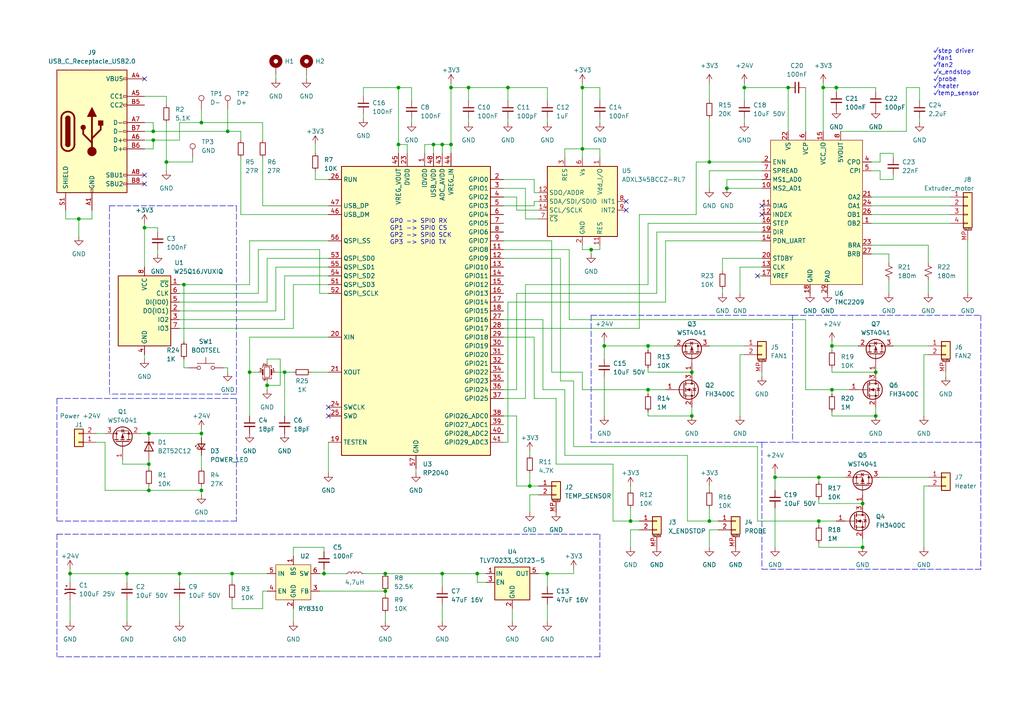
<source format=kicad_sch>
(kicad_sch (version 20230121) (generator eeschema)
  (paper "A4")
  (junction (at 43.18 134.62))
  (junction (at 254 120.65))
  (junction (at 93.98 166.37))
  (junction (at 187.96 100.33))
  (junction (at 250.19 146.05))
  (junction (at 158.75 166.37))
  (junction (at 125.73 41.91))
  (junction (at 52.07 166.37))
  (junction (at 53.34 82.55))
  (junction (at 250.19 158.75))
  (junction (at 241.3 100.33))
  (junction (at 182.88 151.13))
  (junction (at 67.31 166.37))
  (junction (at 48.26 46.99))
  (junction (at 72.39 107.95))
  (junction (at 111.76 171.45))
  (junction (at 153.67 140.97))
  (junction (at 22.86 63.5))
  (junction (at 241.3 113.03))
  (junction (at 228.6 25.4))
  (junction (at 82.55 107.95))
  (junction (at 238.76 25.4))
  (junction (at 168.91 25.4))
  (junction (at 147.32 25.4))
  (junction (at 44.45 40.64))
  (junction (at 58.42 125.73))
  (junction (at 205.74 46.99))
  (junction (at 135.89 25.4))
  (junction (at 128.27 41.91))
  (junction (at 205.74 151.13))
  (junction (at 36.83 166.37))
  (junction (at 138.43 166.37))
  (junction (at 77.47 111.76))
  (junction (at 200.66 120.65))
  (junction (at 20.32 166.37))
  (junction (at 187.96 113.03))
  (junction (at 242.57 25.4))
  (junction (at 43.18 142.24))
  (junction (at 224.79 138.43))
  (junction (at 43.18 125.73))
  (junction (at 237.49 138.43))
  (junction (at 58.42 142.24))
  (junction (at 115.57 41.91))
  (junction (at 254 107.95))
  (junction (at 171.45 72.39))
  (junction (at 111.76 166.37))
  (junction (at 128.27 166.37))
  (junction (at 168.91 43.18))
  (junction (at 130.81 41.91))
  (junction (at 175.26 100.33))
  (junction (at 41.91 66.04))
  (junction (at 237.49 151.13))
  (junction (at 130.81 25.4))
  (junction (at 210.82 54.61))
  (junction (at 58.42 35.56))
  (junction (at 44.45 38.1))
  (junction (at 115.57 25.4))
  (junction (at 215.9 25.4))
  (junction (at 66.04 38.1))
  (junction (at 200.66 107.95))
  (no_connect (at 41.91 50.8))
  (no_connect (at 181.61 58.42))
  (no_connect (at 219.71 80.01))
  (no_connect (at 220.98 62.23))
  (no_connect (at 220.98 59.69))
  (no_connect (at 41.91 22.86))
  (no_connect (at 181.61 60.96))
  (no_connect (at 41.91 53.34))
  (no_connect (at 95.25 120.65))
  (no_connect (at 95.25 118.11))
  (wire (pts (xy 168.91 107.95) (xy 160.02 107.95)))
  (wire (pts (xy 147.32 87.63) (xy 193.04 87.63)))
  (wire (pts (xy 187.96 106.68) (xy 187.96 107.95)))
  (wire (pts (xy 182.88 158.75) (xy 182.88 153.67)))
  (wire (pts (xy 76.2 171.45) (xy 76.2 176.53)))
  (wire (pts (xy 77.47 111.76) (xy 81.28 111.76)))
  (wire (pts (xy 252.73 62.23) (xy 275.59 62.23)))
  (wire (pts (xy 266.7 34.29) (xy 266.7 35.56)))
  (wire (pts (xy 200.66 120.65) (xy 200.66 118.11)))
  (wire (pts (xy 67.31 176.53) (xy 76.2 176.53)))
  (wire (pts (xy 267.97 102.87) (xy 269.24 102.87)))
  (wire (pts (xy 161.29 134.62) (xy 161.29 115.57)))
  (wire (pts (xy 269.24 71.12) (xy 269.24 76.2)))
  (wire (pts (xy 201.93 46.99) (xy 201.93 62.23)))
  (wire (pts (xy 156.21 140.97) (xy 153.67 140.97)))
  (wire (pts (xy 262.89 25.4) (xy 266.7 25.4)))
  (wire (pts (xy 193.04 69.85) (xy 220.98 69.85)))
  (wire (pts (xy 22.86 68.58) (xy 22.86 63.5)))
  (wire (pts (xy 224.79 137.16) (xy 224.79 138.43)))
  (wire (pts (xy 158.75 35.56) (xy 158.75 34.29)))
  (wire (pts (xy 91.44 49.53) (xy 91.44 52.07)))
  (wire (pts (xy 205.74 151.13) (xy 208.28 151.13)))
  (wire (pts (xy 80.01 77.47) (xy 80.01 90.17)))
  (polyline (pts (xy 16.51 115.57) (xy 16.51 151.13)) (stroke (width 0) (type dash)))
  (wire (pts (xy 195.58 100.33) (xy 187.96 100.33)))
  (polyline (pts (xy 284.48 165.1) (xy 220.98 165.1)) (stroke (width 0) (type dash)))
  (wire (pts (xy 111.76 180.34) (xy 111.76 177.8)))
  (polyline (pts (xy 173.99 154.94) (xy 173.99 190.5)) (stroke (width 0) (type dash)))
  (wire (pts (xy 43.18 125.73) (xy 58.42 125.73)))
  (wire (pts (xy 138.43 168.91) (xy 140.97 168.91)))
  (wire (pts (xy 175.26 120.65) (xy 175.26 109.22)))
  (wire (pts (xy 66.04 106.68) (xy 66.04 107.95)))
  (wire (pts (xy 185.42 62.23) (xy 185.42 95.25)))
  (wire (pts (xy 120.65 137.16) (xy 120.65 135.89)))
  (wire (pts (xy 175.26 99.06) (xy 175.26 100.33)))
  (wire (pts (xy 154.94 55.88) (xy 156.21 55.88)))
  (wire (pts (xy 148.59 180.34) (xy 148.59 176.53)))
  (polyline (pts (xy 173.99 190.5) (xy 16.51 190.5)) (stroke (width 0) (type dash)))
  (wire (pts (xy 160.02 69.85) (xy 146.05 69.85)))
  (wire (pts (xy 45.72 66.04) (xy 45.72 67.31)))
  (wire (pts (xy 128.27 41.91) (xy 130.81 41.91)))
  (wire (pts (xy 158.75 166.37) (xy 166.37 166.37)))
  (wire (pts (xy 135.89 35.56) (xy 135.89 34.29)))
  (wire (pts (xy 237.49 152.4) (xy 237.49 151.13)))
  (wire (pts (xy 72.39 69.85) (xy 72.39 82.55)))
  (wire (pts (xy 146.05 59.69) (xy 154.94 59.69)))
  (wire (pts (xy 72.39 97.79) (xy 95.25 97.79)))
  (wire (pts (xy 158.75 180.34) (xy 158.75 175.26)))
  (wire (pts (xy 53.34 106.68) (xy 53.34 104.14)))
  (wire (pts (xy 91.44 41.91) (xy 91.44 44.45)))
  (wire (pts (xy 41.91 66.04) (xy 45.72 66.04)))
  (wire (pts (xy 88.9 22.86) (xy 88.9 21.59)))
  (wire (pts (xy 82.55 107.95) (xy 85.09 107.95)))
  (wire (pts (xy 205.74 147.32) (xy 205.74 151.13)))
  (wire (pts (xy 219.71 129.54) (xy 166.37 129.54)))
  (wire (pts (xy 35.56 133.35) (xy 35.56 134.62)))
  (wire (pts (xy 177.8 151.13) (xy 177.8 134.62)))
  (wire (pts (xy 43.18 140.97) (xy 43.18 142.24)))
  (wire (pts (xy 43.18 134.62) (xy 43.18 135.89)))
  (wire (pts (xy 82.55 107.95) (xy 82.55 120.65)))
  (wire (pts (xy 80.01 22.86) (xy 80.01 21.59)))
  (wire (pts (xy 237.49 146.05) (xy 250.19 146.05)))
  (wire (pts (xy 220.98 107.95) (xy 220.98 109.22)))
  (wire (pts (xy 147.32 25.4) (xy 147.32 29.21)))
  (wire (pts (xy 154.94 58.42) (xy 156.21 58.42)))
  (wire (pts (xy 128.27 180.34) (xy 128.27 175.26)))
  (wire (pts (xy 52.07 166.37) (xy 67.31 166.37)))
  (wire (pts (xy 168.91 25.4) (xy 173.99 25.4)))
  (wire (pts (xy 241.3 107.95) (xy 254 107.95)))
  (wire (pts (xy 166.37 165.1) (xy 166.37 166.37)))
  (wire (pts (xy 66.04 106.68) (xy 64.77 106.68)))
  (wire (pts (xy 128.27 44.45) (xy 128.27 41.91)))
  (wire (pts (xy 48.26 46.99) (xy 48.26 35.56)))
  (wire (pts (xy 162.56 110.49) (xy 162.56 74.93)))
  (wire (pts (xy 157.48 92.71) (xy 146.05 92.71)))
  (polyline (pts (xy 16.51 115.57) (xy 68.58 115.57)) (stroke (width 0) (type dash)))
  (wire (pts (xy 242.57 25.4) (xy 254 25.4)))
  (wire (pts (xy 43.18 142.24) (xy 58.42 142.24)))
  (wire (pts (xy 237.49 158.75) (xy 237.49 157.48)))
  (wire (pts (xy 224.79 138.43) (xy 237.49 138.43)))
  (wire (pts (xy 80.01 107.95) (xy 82.55 107.95)))
  (wire (pts (xy 168.91 25.4) (xy 168.91 43.18)))
  (wire (pts (xy 66.04 38.1) (xy 69.85 38.1)))
  (wire (pts (xy 241.3 106.68) (xy 241.3 107.95)))
  (wire (pts (xy 209.55 74.93) (xy 209.55 78.74)))
  (wire (pts (xy 254 120.65) (xy 254 118.11)))
  (wire (pts (xy 199.39 151.13) (xy 199.39 132.08)))
  (wire (pts (xy 30.48 128.27) (xy 27.94 128.27)))
  (wire (pts (xy 205.74 46.99) (xy 201.93 46.99)))
  (wire (pts (xy 53.34 99.06) (xy 53.34 82.55)))
  (wire (pts (xy 165.1 72.39) (xy 146.05 72.39)))
  (wire (pts (xy 149.86 140.97) (xy 153.67 140.97)))
  (wire (pts (xy 115.57 44.45) (xy 115.57 41.91)))
  (wire (pts (xy 115.57 25.4) (xy 119.38 25.4)))
  (wire (pts (xy 242.57 25.4) (xy 242.57 26.67)))
  (wire (pts (xy 259.08 45.72) (xy 259.08 44.45)))
  (wire (pts (xy 220.98 74.93) (xy 209.55 74.93)))
  (wire (pts (xy 91.44 52.07) (xy 95.25 52.07)))
  (wire (pts (xy 22.86 63.5) (xy 19.05 63.5)))
  (wire (pts (xy 105.41 34.29) (xy 105.41 33.02)))
  (polyline (pts (xy 68.58 59.69) (xy 68.58 114.3)) (stroke (width 0) (type dash)))
  (wire (pts (xy 135.89 25.4) (xy 147.32 25.4)))
  (wire (pts (xy 173.99 25.4) (xy 173.99 29.21)))
  (wire (pts (xy 58.42 31.75) (xy 58.42 35.56)))
  (wire (pts (xy 182.88 151.13) (xy 185.42 151.13)))
  (wire (pts (xy 209.55 83.82) (xy 209.55 85.09)))
  (wire (pts (xy 224.79 158.75) (xy 224.79 147.32)))
  (wire (pts (xy 81.28 104.14) (xy 81.28 111.76)))
  (wire (pts (xy 241.3 100.33) (xy 241.3 101.6)))
  (wire (pts (xy 238.76 25.4) (xy 238.76 24.13)))
  (wire (pts (xy 43.18 133.35) (xy 43.18 134.62)))
  (wire (pts (xy 54.61 106.68) (xy 53.34 106.68)))
  (wire (pts (xy 67.31 166.37) (xy 67.31 168.91)))
  (wire (pts (xy 149.86 113.03) (xy 146.05 113.03)))
  (wire (pts (xy 111.76 172.72) (xy 111.76 171.45)))
  (polyline (pts (xy 171.45 91.44) (xy 171.45 128.27)) (stroke (width 0) (type dash)))
  (wire (pts (xy 182.88 153.67) (xy 185.42 153.67)))
  (wire (pts (xy 158.75 166.37) (xy 156.21 166.37)))
  (wire (pts (xy 173.99 45.72) (xy 173.99 43.18)))
  (wire (pts (xy 250.19 158.75) (xy 250.19 156.21)))
  (wire (pts (xy 177.8 151.13) (xy 182.88 151.13)))
  (wire (pts (xy 72.39 82.55) (xy 53.34 82.55)))
  (wire (pts (xy 77.47 171.45) (xy 76.2 171.45)))
  (wire (pts (xy 30.48 142.24) (xy 43.18 142.24)))
  (wire (pts (xy 205.74 24.13) (xy 205.74 29.21)))
  (wire (pts (xy 92.71 72.39) (xy 92.71 85.09)))
  (wire (pts (xy 241.3 120.65) (xy 241.3 119.38)))
  (wire (pts (xy 233.68 25.4) (xy 233.68 38.1)))
  (wire (pts (xy 187.96 64.77) (xy 220.98 64.77)))
  (wire (pts (xy 81.28 104.14) (xy 77.47 104.14)))
  (wire (pts (xy 146.05 115.57) (xy 152.4 115.57)))
  (wire (pts (xy 48.26 27.94) (xy 48.26 30.48)))
  (wire (pts (xy 254 25.4) (xy 254 26.67)))
  (wire (pts (xy 93.98 165.1) (xy 93.98 166.37)))
  (wire (pts (xy 252.73 71.12) (xy 269.24 71.12)))
  (wire (pts (xy 66.04 31.75) (xy 66.04 38.1)))
  (wire (pts (xy 257.81 81.28) (xy 257.81 85.09)))
  (wire (pts (xy 58.42 35.56) (xy 76.2 35.56)))
  (wire (pts (xy 233.68 113.03) (xy 241.3 113.03)))
  (wire (pts (xy 140.97 166.37) (xy 138.43 166.37)))
  (wire (pts (xy 115.57 25.4) (xy 105.41 25.4)))
  (wire (pts (xy 187.96 114.3) (xy 187.96 113.03)))
  (wire (pts (xy 255.27 46.99) (xy 252.73 46.99)))
  (wire (pts (xy 41.91 66.04) (xy 41.91 77.47)))
  (wire (pts (xy 58.42 140.97) (xy 58.42 142.24)))
  (wire (pts (xy 85.09 176.53) (xy 85.09 180.34)))
  (wire (pts (xy 252.73 49.53) (xy 255.27 49.53)))
  (wire (pts (xy 146.05 97.79) (xy 154.94 97.79)))
  (wire (pts (xy 53.34 82.55) (xy 52.07 82.55)))
  (wire (pts (xy 215.9 100.33) (xy 205.74 100.33)))
  (wire (pts (xy 41.91 64.77) (xy 41.91 66.04)))
  (wire (pts (xy 219.71 151.13) (xy 219.71 129.54)))
  (wire (pts (xy 171.45 72.39) (xy 168.91 72.39)))
  (wire (pts (xy 187.96 64.77) (xy 187.96 82.55)))
  (wire (pts (xy 128.27 170.18) (xy 128.27 166.37)))
  (wire (pts (xy 214.63 102.87) (xy 215.9 102.87)))
  (wire (pts (xy 190.5 85.09) (xy 149.86 85.09)))
  (wire (pts (xy 77.47 111.76) (xy 77.47 113.03)))
  (wire (pts (xy 255.27 49.53) (xy 255.27 52.07)))
  (wire (pts (xy 153.67 130.81) (xy 153.67 132.08)))
  (wire (pts (xy 44.45 38.1) (xy 44.45 35.56)))
  (wire (pts (xy 163.83 43.18) (xy 163.83 45.72)))
  (wire (pts (xy 90.17 107.95) (xy 95.25 107.95)))
  (polyline (pts (xy 229.87 91.44) (xy 284.48 91.44)) (stroke (width 0) (type dash)))
  (wire (pts (xy 255.27 52.07) (xy 259.08 52.07)))
  (wire (pts (xy 92.71 85.09) (xy 95.25 85.09)))
  (wire (pts (xy 19.05 63.5) (xy 19.05 60.96)))
  (wire (pts (xy 259.08 52.07) (xy 259.08 50.8)))
  (wire (pts (xy 52.07 85.09) (xy 74.93 85.09)))
  (wire (pts (xy 190.5 67.31) (xy 190.5 85.09)))
  (wire (pts (xy 115.57 41.91) (xy 118.11 41.91)))
  (wire (pts (xy 26.67 63.5) (xy 26.67 60.96)))
  (wire (pts (xy 205.74 34.29) (xy 205.74 46.99)))
  (wire (pts (xy 152.4 82.55) (xy 152.4 115.57)))
  (wire (pts (xy 76.2 35.56) (xy 76.2 40.64)))
  (wire (pts (xy 80.01 77.47) (xy 95.25 77.47)))
  (wire (pts (xy 163.83 113.03) (xy 157.48 113.03)))
  (wire (pts (xy 149.86 57.15) (xy 149.86 60.96)))
  (wire (pts (xy 77.47 74.93) (xy 95.25 74.93)))
  (wire (pts (xy 20.32 165.1) (xy 20.32 166.37)))
  (wire (pts (xy 171.45 72.39) (xy 173.99 72.39)))
  (wire (pts (xy 154.94 52.07) (xy 154.94 55.88)))
  (wire (pts (xy 257.81 73.66) (xy 257.81 76.2)))
  (wire (pts (xy 77.47 104.14) (xy 77.47 105.41)))
  (wire (pts (xy 20.32 180.34) (xy 20.32 173.99)))
  (wire (pts (xy 85.09 158.75) (xy 85.09 161.29)))
  (wire (pts (xy 67.31 166.37) (xy 77.47 166.37)))
  (wire (pts (xy 162.56 74.93) (xy 146.05 74.93)))
  (wire (pts (xy 82.55 80.01) (xy 95.25 80.01)))
  (wire (pts (xy 262.89 38.1) (xy 243.84 38.1)))
  (wire (pts (xy 48.26 49.53) (xy 48.26 46.99)))
  (wire (pts (xy 52.07 180.34) (xy 52.07 173.99)))
  (wire (pts (xy 85.09 95.25) (xy 52.07 95.25)))
  (wire (pts (xy 43.18 125.73) (xy 40.64 125.73)))
  (wire (pts (xy 76.2 59.69) (xy 95.25 59.69)))
  (wire (pts (xy 36.83 180.34) (xy 36.83 173.99)))
  (wire (pts (xy 45.72 72.39) (xy 45.72 73.66)))
  (wire (pts (xy 52.07 35.56) (xy 52.07 40.64)))
  (wire (pts (xy 128.27 166.37) (xy 138.43 166.37)))
  (wire (pts (xy 111.76 166.37) (xy 128.27 166.37)))
  (wire (pts (xy 147.32 25.4) (xy 158.75 25.4)))
  (wire (pts (xy 146.05 52.07) (xy 154.94 52.07)))
  (wire (pts (xy 77.47 87.63) (xy 52.07 87.63)))
  (wire (pts (xy 175.26 100.33) (xy 175.26 104.14)))
  (wire (pts (xy 154.94 59.69) (xy 154.94 58.42)))
  (wire (pts (xy 252.73 73.66) (xy 257.81 73.66)))
  (wire (pts (xy 93.98 166.37) (xy 100.33 166.37)))
  (wire (pts (xy 130.81 25.4) (xy 135.89 25.4)))
  (wire (pts (xy 130.81 41.91) (xy 130.81 44.45)))
  (wire (pts (xy 215.9 35.56) (xy 215.9 34.29)))
  (polyline (pts (xy 16.51 154.94) (xy 16.51 190.5)) (stroke (width 0) (type dash)))
  (wire (pts (xy 27.94 125.73) (xy 30.48 125.73)))
  (wire (pts (xy 233.68 113.03) (xy 233.68 92.71)))
  (wire (pts (xy 123.19 44.45) (xy 123.19 41.91)))
  (wire (pts (xy 175.26 100.33) (xy 187.96 100.33)))
  (wire (pts (xy 157.48 92.71) (xy 157.48 113.03)))
  (wire (pts (xy 237.49 151.13) (xy 242.57 151.13)))
  (wire (pts (xy 185.42 62.23) (xy 201.93 62.23)))
  (wire (pts (xy 22.86 63.5) (xy 26.67 63.5)))
  (wire (pts (xy 41.91 27.94) (xy 48.26 27.94)))
  (wire (pts (xy 241.3 120.65) (xy 254 120.65)))
  (polyline (pts (xy 68.58 151.13) (xy 16.51 151.13)) (stroke (width 0) (type dash)))
  (wire (pts (xy 41.91 35.56) (xy 44.45 35.56)))
  (wire (pts (xy 30.48 128.27) (xy 30.48 142.24)))
  (wire (pts (xy 205.74 151.13) (xy 199.39 151.13)))
  (wire (pts (xy 152.4 54.61) (xy 152.4 63.5)))
  (wire (pts (xy 165.1 92.71) (xy 233.68 92.71)))
  (polyline (pts (xy 220.98 128.27) (xy 284.48 128.27)) (stroke (width 0) (type dash)))
  (wire (pts (xy 210.82 52.07) (xy 220.98 52.07)))
  (wire (pts (xy 58.42 132.08) (xy 58.42 135.89)))
  (polyline (pts (xy 171.45 91.44) (xy 229.87 91.44)) (stroke (width 0) (type dash)))
  (wire (pts (xy 52.07 40.64) (xy 44.45 40.64)))
  (wire (pts (xy 125.73 41.91) (xy 128.27 41.91)))
  (wire (pts (xy 168.91 43.18) (xy 163.83 43.18)))
  (wire (pts (xy 205.74 46.99) (xy 220.98 46.99)))
  (wire (pts (xy 115.57 25.4) (xy 115.57 41.91)))
  (wire (pts (xy 252.73 57.15) (xy 275.59 57.15)))
  (wire (pts (xy 58.42 127) (xy 58.42 125.73)))
  (wire (pts (xy 241.3 113.03) (xy 246.38 113.03)))
  (wire (pts (xy 182.88 140.97) (xy 182.88 142.24)))
  (wire (pts (xy 152.4 63.5) (xy 156.21 63.5)))
  (wire (pts (xy 187.96 100.33) (xy 187.96 101.6)))
  (wire (pts (xy 82.55 92.71) (xy 52.07 92.71)))
  (wire (pts (xy 238.76 25.4) (xy 242.57 25.4)))
  (wire (pts (xy 44.45 38.1) (xy 66.04 38.1)))
  (wire (pts (xy 165.1 72.39) (xy 165.1 92.71)))
  (wire (pts (xy 219.71 80.01) (xy 220.98 80.01)))
  (wire (pts (xy 72.39 107.95) (xy 74.93 107.95)))
  (wire (pts (xy 248.92 100.33) (xy 241.3 100.33)))
  (wire (pts (xy 252.73 59.69) (xy 275.59 59.69)))
  (wire (pts (xy 205.74 49.53) (xy 220.98 49.53)))
  (wire (pts (xy 187.96 107.95) (xy 200.66 107.95)))
  (wire (pts (xy 72.39 97.79) (xy 72.39 107.95)))
  (wire (pts (xy 77.47 74.93) (xy 77.47 87.63)))
  (wire (pts (xy 274.32 107.95) (xy 274.32 109.22)))
  (wire (pts (xy 20.32 166.37) (xy 36.83 166.37)))
  (wire (pts (xy 187.96 113.03) (xy 193.04 113.03)))
  (wire (pts (xy 93.98 158.75) (xy 85.09 158.75)))
  (wire (pts (xy 147.32 35.56) (xy 147.32 34.29)))
  (wire (pts (xy 267.97 140.97) (xy 269.24 140.97)))
  (wire (pts (xy 173.99 35.56) (xy 173.99 34.29)))
  (wire (pts (xy 119.38 35.56) (xy 119.38 34.29)))
  (wire (pts (xy 161.29 115.57) (xy 154.94 115.57)))
  (wire (pts (xy 55.88 46.99) (xy 48.26 46.99)))
  (wire (pts (xy 269.24 138.43) (xy 255.27 138.43)))
  (wire (pts (xy 146.05 95.25) (xy 185.42 95.25)))
  (polyline (pts (xy 284.48 91.44) (xy 284.48 128.27)) (stroke (width 0) (type dash)))
  (wire (pts (xy 210.82 54.61) (xy 210.82 52.07)))
  (wire (pts (xy 210.82 54.61) (xy 220.98 54.61)))
  (polyline (pts (xy 229.87 91.44) (xy 229.87 128.27)) (stroke (width 0) (type dash)))
  (wire (pts (xy 267.97 120.65) (xy 267.97 102.87)))
  (wire (pts (xy 193.04 69.85) (xy 193.04 87.63)))
  (wire (pts (xy 125.73 44.45) (xy 125.73 41.91)))
  (polyline (pts (xy 220.98 128.27) (xy 171.45 128.27)) (stroke (width 0) (type dash)))
  (wire (pts (xy 67.31 173.99) (xy 67.31 176.53)))
  (wire (pts (xy 146.05 57.15) (xy 149.86 57.15)))
  (wire (pts (xy 44.45 40.64) (xy 41.91 40.64)))
  (wire (pts (xy 135.89 25.4) (xy 135.89 29.21)))
  (wire (pts (xy 199.39 132.08) (xy 163.83 132.08)))
  (wire (pts (xy 168.91 72.39) (xy 168.91 71.12)))
  (wire (pts (xy 158.75 25.4) (xy 158.75 29.21)))
  (wire (pts (xy 269.24 100.33) (xy 259.08 100.33)))
  (wire (pts (xy 153.67 148.59) (xy 153.67 143.51)))
  (wire (pts (xy 138.43 166.37) (xy 138.43 168.91)))
  (wire (pts (xy 245.11 138.43) (xy 237.49 138.43)))
  (wire (pts (xy 187.96 120.65) (xy 200.66 120.65)))
  (wire (pts (xy 266.7 25.4) (xy 266.7 29.21)))
  (wire (pts (xy 255.27 44.45) (xy 255.27 46.99)))
  (wire (pts (xy 85.09 82.55) (xy 95.25 82.55)))
  (wire (pts (xy 238.76 25.4) (xy 238.76 38.1)))
  (wire (pts (xy 76.2 45.72) (xy 76.2 59.69)))
  (wire (pts (xy 205.74 49.53) (xy 205.74 54.61)))
  (wire (pts (xy 52.07 166.37) (xy 52.07 168.91)))
  (polyline (pts (xy 31.75 59.69) (xy 68.58 59.69)) (stroke (width 0) (type dash)))
  (wire (pts (xy 52.07 35.56) (xy 58.42 35.56)))
  (wire (pts (xy 163.83 132.08) (xy 163.83 113.03)))
  (wire (pts (xy 36.83 166.37) (xy 36.83 168.91)))
  (wire (pts (xy 259.08 44.45) (xy 255.27 44.45)))
  (wire (pts (xy 267.97 158.75) (xy 267.97 140.97)))
  (wire (pts (xy 85.09 82.55) (xy 85.09 95.25)))
  (wire (pts (xy 252.73 64.77) (xy 275.59 64.77)))
  (wire (pts (xy 166.37 129.54) (xy 166.37 110.49)))
  (wire (pts (xy 35.56 134.62) (xy 43.18 134.62)))
  (wire (pts (xy 237.49 138.43) (xy 237.49 139.7)))
  (wire (pts (xy 158.75 170.18) (xy 158.75 166.37)))
  (wire (pts (xy 177.8 134.62) (xy 161.29 134.62)))
  (wire (pts (xy 69.85 62.23) (xy 95.25 62.23)))
  (wire (pts (xy 118.11 41.91) (xy 118.11 44.45)))
  (wire (pts (xy 69.85 45.72) (xy 69.85 62.23)))
  (wire (pts (xy 182.88 147.32) (xy 182.88 151.13)))
  (wire (pts (xy 224.79 138.43) (xy 224.79 142.24)))
  (wire (pts (xy 280.67 85.09) (xy 280.67 69.85)))
  (wire (pts (xy 82.55 80.01) (xy 82.55 92.71)))
  (wire (pts (xy 215.9 24.13) (xy 215.9 25.4)))
  (wire (pts (xy 205.74 140.97) (xy 205.74 142.24)))
  (wire (pts (xy 237.49 158.75) (xy 250.19 158.75)))
  (polyline (pts (xy 220.98 128.27) (xy 220.98 165.1)) (stroke (width 0) (type dash)))
  (wire (pts (xy 130.81 25.4) (xy 130.81 41.91)))
  (wire (pts (xy 69.85 38.1) (xy 69.85 40.64)))
  (wire (pts (xy 105.41 166.37) (xy 111.76 166.37)))
  (wire (pts (xy 214.63 120.65) (xy 214.63 102.87)))
  (wire (pts (xy 41.91 102.87) (xy 41.91 104.14)))
  (wire (pts (xy 119.38 25.4) (xy 119.38 29.21)))
  (polyline (pts (xy 16.51 154.94) (xy 173.99 154.94)) (stroke (width 0) (type dash)))
  (wire (pts (xy 214.63 77.47) (xy 220.98 77.47)))
  (wire (pts (xy 215.9 25.4) (xy 215.9 29.21)))
  (wire (pts (xy 168.91 113.03) (xy 187.96 113.03)))
  (wire (pts (xy 123.19 41.91) (xy 125.73 41.91)))
  (polyline (pts (xy 31.75 59.69) (xy 31.75 114.3)) (stroke (width 0) (type dash)))
  (wire (pts (xy 92.71 171.45) (xy 111.76 171.45)))
  (wire (pts (xy 41.91 38.1) (xy 44.45 38.1)))
  (wire (pts (xy 149.86 85.09) (xy 149.86 113.03)))
  (wire (pts (xy 93.98 166.37) (xy 92.71 166.37)))
  (wire (pts (xy 187.96 82.55) (xy 152.4 82.55)))
  (wire (pts (xy 147.32 87.63) (xy 147.32 128.27)))
  (wire (pts (xy 41.91 43.18) (xy 44.45 43.18)))
  (wire (pts (xy 269.24 81.28) (xy 269.24 85.09)))
  (wire (pts (xy 130.81 24.13) (xy 130.81 25.4)))
  (wire (pts (xy 153.67 143.51) (xy 156.21 143.51)))
  (wire (pts (xy 153.67 137.16) (xy 153.67 140.97)))
  (wire (pts (xy 205.74 153.67) (xy 208.28 153.67)))
  (wire (pts (xy 93.98 160.02) (xy 93.98 158.75)))
  (wire (pts (xy 190.5 67.31) (xy 220.98 67.31)))
  (wire (pts (xy 237.49 144.78) (xy 237.49 146.05)))
  (wire (pts (xy 20.32 166.37) (xy 20.32 168.91)))
  (wire (pts (xy 44.45 43.18) (xy 44.45 40.64)))
  (wire (pts (xy 58.42 124.46) (xy 58.42 125.73)))
  (wire (pts (xy 80.01 90.17) (xy 52.07 90.17)))
  (wire (pts (xy 72.39 107.95) (xy 72.39 120.65)))
  (wire (pts (xy 168.91 24.13) (xy 168.91 25.4)))
  (wire (pts (xy 166.37 110.49) (xy 162.56 110.49)))
  (wire (pts (xy 168.91 113.03) (xy 168.91 107.95)))
  (wire (pts (xy 173.99 43.18) (xy 168.91 43.18)))
  (wire (pts (xy 77.47 111.76) (xy 77.47 110.49)))
  (wire (pts (xy 168.91 43.18) (xy 168.91 45.72)))
  (wire (pts (xy 36.83 166.37) (xy 52.07 166.37)))
  (wire (pts (xy 149.86 60.96) (xy 156.21 60.96)))
  (wire (pts (xy 72.39 69.85) (xy 95.25 69.85)))
  (wire (pts (xy 219.71 151.13) (xy 237.49 151.13)))
  (wire (pts (xy 214.63 77.47) (xy 214.63 85.09)))
  (wire (pts (xy 154.94 115.57) (xy 154.94 97.79)))
  (polyline (pts (xy 68.58 114.3) (xy 31.75 114.3)) (stroke (width 0) (type dash)))
  (wire (pts (xy 173.99 72.39) (xy 173.99 71.12)))
  (polyline (pts (xy 68.58 115.57) (xy 68.58 151.13)) (stroke (width 0) (type dash)))
  (wire (pts (xy 149.86 120.65) (xy 149.86 140.97)))
  (wire (pts (xy 146.05 54.61) (xy 152.4 54.61)))
  (wire (pts (xy 149.86 120.65) (xy 146.05 120.65)))
  (wire (pts (xy 241.3 99.06) (xy 241.3 100.33)))
  (wire (pts (xy 147.32 128.27) (xy 146.05 128.27)))
  (wire (pts (xy 160.02 107.95) (xy 160.02 69.85)))
  (wire (pts (xy 171.45 73.66) (xy 171.45 72.39)))
  (wire (pts (xy 74.93 72.39) (xy 92.71 72.39)))
  (wire (pts (xy 228.6 25.4) (xy 228.6 38.1)))
  (wire (pts (xy 58.42 142.24) (xy 58.42 143.51)))
  (wire (pts (xy 215.9 25.4) (xy 228.6 25.4)))
  (wire (pts (xy 95.25 128.27) (xy 95.25 137.16)))
  (wire (pts (xy 241.3 114.3) (xy 241.3 113.03)))
  (wire (pts (xy 262.89 25.4) (xy 262.89 38.1)))
  (wire (pts (xy 205.74 158.75) (xy 205.74 153.67)))
  (wire (pts (xy 187.96 120.65) (xy 187.96 119.38)))
  (wire (pts (xy 74.93 72.39) (xy 74.93 85.09)))
  (polyline (pts (xy 284.48 128.27) (xy 284.48 165.1)) (stroke (width 0) (type dash)))
  (wire (pts (xy 55.88 45.72) (xy 55.88 46.99)))
  (wire (pts (xy 105.41 25.4) (xy 105.41 27.94)))
  (text "√step driver\n√fan1\n√fan2\n√x_endstop\n√probe\n√heater\n√temp_sensor" (at 270.51 27.94 0) (effects (font (size 1.27 1.27)) (justify left bottom)))
  (text "GP0 -> SPI0 RX\nGP1 -> SPI0 CS\nGP2 -> SPI0 SCK\nGP3 -> SPI0 TX" (at 113.03 71.12 0) (effects (font (size 1.27 1.27)) (justify left bottom)))
  (symbol (lib_id "power:+3V3") (at 205.74 24.13 0) (unit 1)
    (property "Reference" "#PWR048" (effects hide))
    (property "Value" "+3V3" (at 205.74 19.05 0))
  )
  (symbol (lib_id "power:GND") (at 214.63 120.65 0) (unit 1)
    (property "Reference" "#PWR056" (effects hide))
    (property "Value" "GND" (at 214.63 125.73 0))
  )
  (symbol (lib_id "Device:C_Small") (at 45.72 69.85 0) (unit 1)
    (property "Reference" "C3" (at 48.26 69.2213 0) (effects (justify left)))
    (property "Value" "100nF" (at 48.26 71.7613 0) (effects (justify left)))
    (property "Footprint" "Capacitor_SMD:C_0402_1005Metric" (effects hide))
  )
  (symbol (lib_id "power:+3V3") (at 153.67 130.81 0) (unit 1)
    (property "Reference" "#PWR031" (effects hide))
    (property "Value" "+3V3" (at 153.67 127 0))
  )
  (symbol (lib_id "Device:R_Small") (at 53.34 101.6 0) (unit 1)
    (property "Reference" "R24" (at 48.26 101.6 0) (effects (justify left)))
    (property "Value" "1K" (at 48.26 104.14 0) (effects (justify left)))
    (property "Footprint" "Resistor_SMD:R_0402_1005Metric" (effects hide))
  )
  (symbol (lib_id "power:+24V") (at 58.42 124.46 0) (unit 1)
    (property "Reference" "#PWR010" (effects hide))
    (property "Value" "+24V" (at 58.42 120.65 0))
  )
  (symbol (lib_id "Device:Q_PMOS_GSD") (at 35.56 128.27 90) (unit 1)
    (property "Reference" "Q1" (at 35.56 119.38 90))
    (property "Value" "WST4041\n" (at 35.56 121.92 90))
    (property "Footprint" "Package_TO_SOT_SMD:SOT-23" (effects hide))
  )
  (symbol (lib_id "power:GND") (at 111.76 180.34 0) (unit 1)
    (property "Reference" "#PWR022" (effects hide))
    (property "Value" "GND" (at 111.76 185.42 0))
  )
  (symbol (lib_id "Device:C_Small") (at 72.39 123.19 0) (unit 1)
    (property "Reference" "C4" (at 74.93 121.9263 0) (effects (justify left)))
    (property "Value" "18pF" (at 74.93 124.4663 0) (effects (justify left)))
    (property "Footprint" "Capacitor_SMD:C_0402_1005Metric" (effects hide))
  )
  (symbol (lib_id "Device:R_Small") (at 111.76 175.26 0) (unit 1)
    (property "Reference" "R9" (at 114.3 173.99 0) (effects (justify left)))
    (property "Value" "10K" (at 114.3 176.53 0) (effects (justify left)))
    (property "Footprint" "Resistor_SMD:R_0402_1005Metric" (effects hide))
  )
  (symbol (lib_id "Device:LED_Small") (at 58.42 129.54 90) (unit 1)
    (property "Reference" "D3" (at 60.96 130.81 90) (effects (justify right)))
    (property "Value" "POWER_LED" (at 60.96 133.35 90) (effects (justify right)))
    (property "Footprint" "LED_SMD:LED_0603_1608Metric" (effects hide))
  )
  (symbol (lib_id "power:+3V3") (at 41.91 64.77 0) (unit 1)
    (property "Reference" "#PWR05" (effects hide))
    (property "Value" "+3V3" (at 41.91 60.96 0))
  )
  (symbol (lib_id "power:GND") (at 72.39 125.73 0) (unit 1)
    (property "Reference" "#PWR012" (effects hide))
    (property "Value" "GND" (at 72.39 130.81 0))
  )
  (symbol (lib_id "power:GND") (at 171.45 73.66 0) (unit 1)
    (property "Reference" "#PWR038" (effects hide))
    (property "Value" "GND" (at 171.45 78.74 0))
  )
  (symbol (lib_id "Device:R_Small") (at 76.2 43.18 0) (unit 1)
    (property "Reference" "R6" (at 77.47 46.99 0) (effects (justify left)))
    (property "Value" "27R" (at 77.47 49.53 0) (effects (justify left)))
    (property "Footprint" "Resistor_SMD:R_0402_1005Metric" (effects hide))
  )
  (symbol (lib_id "power:+3V3") (at 238.76 24.13 0) (unit 1)
    (property "Reference" "#PWR064" (effects hide))
    (property "Value" "+3V3" (at 238.76 19.05 0))
  )
  (symbol (lib_id "Device:R_Small_US") (at 257.81 78.74 0) (unit 1)
    (property "Reference" "R21" (at 260.35 77.47 0) (effects (justify left)))
    (property "Value" "180m" (at 260.35 80.01 0) (effects (justify left)))
    (property "Footprint" "Resistor_SMD:R_1206_3216Metric" (effects hide))
    (property "Datasheet" "C5127782" (effects hide))
  )
  (symbol (lib_id "Device:R_Small_US") (at 269.24 78.74 0) (unit 1)
    (property "Reference" "R22" (at 271.78 77.47 0) (effects (justify left)))
    (property "Value" "180m" (at 271.78 80.01 0) (effects (justify left)))
    (property "Footprint" "Resistor_SMD:R_1206_3216Metric" (effects hide))
    (property "Datasheet" "C5127782" (effects hide))
  )
  (symbol (lib_id "power:GND") (at 158.75 35.56 0) (unit 1)
    (property "Reference" "#PWR033" (effects hide))
    (property "Value" "GND" (at 158.75 40.64 0))
  )
  (symbol (lib_id "power:GND") (at 250.19 158.75 0) (unit 1)
    (property "Reference" "#PWR068" (effects hide))
    (property "Value" "GND" (at 250.19 163.83 0))
  )
  (symbol (lib_id "power:+24V") (at 20.32 165.1 0) (unit 1)
    (property "Reference" "#PWR01" (effects hide))
    (property "Value" "+24V" (at 20.32 161.29 0))
  )
  (symbol (lib_id "power:GND") (at 224.79 158.75 0) (unit 1)
    (property "Reference" "#PWR062" (effects hide))
    (property "Value" "GND" (at 224.79 163.83 0))
  )
  (symbol (lib_id "power:GND") (at 48.26 49.53 0) (unit 1)
    (property "Reference" "#PWR08" (effects hide))
    (property "Value" "GND" (at 48.26 54.61 0))
  )
  (symbol (lib_id "power:+3V3") (at 91.44 41.91 0) (unit 1)
    (property "Reference" "#PWR020" (effects hide))
    (property "Value" "+3V3" (at 91.44 38.1 0))
  )
  (symbol (lib_id "power:GND") (at 120.65 137.16 0) (unit 1)
    (property "Reference" "#PWR025" (effects hide))
    (property "Value" "GND" (at 120.65 142.24 0))
  )
  (symbol (lib_id "Device:R_Small") (at 48.26 33.02 0) (unit 1)
    (property "Reference" "R2" (at 50.8 31.75 0) (effects (justify left)))
    (property "Value" "5.1K" (at 50.8 34.29 0) (effects (justify left)))
    (property "Footprint" "Resistor_SMD:R_0402_1005Metric" (effects hide))
  )
  (symbol (lib_id "power:GND") (at 58.42 143.51 0) (unit 1)
    (property "Reference" "#PWR011" (effects hide))
    (property "Value" "GND" (at 58.42 148.59 0))
  )
  (symbol (lib_id "Connector:TestPoint") (at 66.04 31.75 0) (unit 1)
    (property "Reference" "TP2" (at 68.58 27.178 0) (effects (justify left)))
    (property "Value" "D+" (at 68.58 29.718 0) (effects (justify left)))
    (property "Footprint" "TestPoint:TestPoint_Pad_1.5x1.5mm" (effects hide))
  )
  (symbol (lib_id "Device:L_Small") (at 102.87 166.37 90) (unit 1)
    (property "Reference" "L1" (effects hide))
    (property "Value" "4.7uH" (at 102.87 168.91 90))
    (property "Footprint" "Inductor_SMD:L_1008_2520Metric" (effects hide))
  )
  (symbol (lib_id "Device:C_Small") (at 128.27 172.72 0) (unit 1)
    (property "Reference" "C7" (at 130.81 171.4563 0) (effects (justify left)))
    (property "Value" "47uF 16V" (at 130.81 173.9963 0) (effects (justify left)))
    (property "Footprint" "Capacitor_SMD:C_1210_3225Metric" (effects hide))
  )
  (symbol (lib_id "power:+24V") (at 215.9 24.13 0) (unit 1)
    (property "Reference" "#PWR057" (effects hide))
    (property "Value" "+24V" (at 215.9 19.05 0))
  )
  (symbol (lib_id "power:GND") (at 274.32 109.22 0) (unit 1)
    (property "Reference" "#PWR076" (effects hide))
    (property "Value" "GND" (at 274.32 114.3 0))
  )
  (symbol (lib_id "power:GND") (at 45.72 73.66 0) (unit 1)
    (property "Reference" "#PWR07" (effects hide))
    (property "Value" "GND" (at 45.72 78.74 0))
  )
  (symbol (lib_id "Mechanical:MountingHole_Pad") (at 80.01 19.05 0) (unit 1)
    (property "Reference" "H1" (at 82.55 17.78 0) (effects (justify left)))
    (property "Value" "MountingHole_Pad" (effects hide))
    (property "Footprint" "MountingHole:MountingHole_3.2mm_M3_Pad_Via" (effects hide))
  )
  (symbol (lib_id "power:GND") (at 200.66 120.65 0) (unit 1)
    (property "Reference" "#PWR047" (effects hide))
    (property "Value" "GND" (at 200.66 125.73 0))
  )
  (symbol (lib_id "power:+3V3") (at 130.81 24.13 0) (unit 1)
    (property "Reference" "#PWR027" (effects hide))
    (property "Value" "+3V3" (at 130.81 20.32 0))
  )
  (symbol (lib_id "power:GND") (at 147.32 35.56 0) (unit 1)
    (property "Reference" "#PWR029" (effects hide))
    (property "Value" "GND" (at 147.32 40.64 0))
  )
  (symbol (lib_id "power:GND") (at 240.03 85.09 0) (unit 1)
    (property "Reference" "#PWR065" (effects hide))
    (property "Value" "GND" (at 240.03 90.17 0))
  )
  (symbol (lib_id "Connector_Generic_MountingPin:Conn_01x02_MountingPin") (at 161.29 140.97 0) (unit 1)
    (property "Reference" "J2" (at 163.83 141.3256 0) (effects (justify left)))
    (property "Value" "TEMP_SENSOR" (at 163.83 143.8656 0) (effects (justify left)))
    (property "Footprint" "Connector_GH:GH_1.25_1x02_Horizontal" (effects hide))
  )
  (symbol (lib_id "Mechanical:MountingHole_Pad") (at 88.9 19.05 0) (unit 1)
    (property "Reference" "H2" (at 91.44 17.78 0) (effects (justify left)))
    (property "Value" "MountingHole_Pad" (effects hide))
    (property "Footprint" "MountingHole:MountingHole_3.2mm_M3_Pad_Via" (effects hide))
  )
  (symbol (lib_id "power:GND") (at 205.74 158.75 0) (unit 1)
    (property "Reference" "#PWR051" (effects hide))
    (property "Value" "GND" (at 205.74 163.83 0))
  )
  (symbol (lib_id "power:GND") (at 190.5 158.75 0) (unit 1)
    (property "Reference" "#PWR045" (effects hide))
    (property "Value" "GND" (at 190.5 163.83 0))
  )
  (symbol (lib_id "power:GND") (at 148.59 180.34 0) (unit 1)
    (property "Reference" "#PWR030" (effects hide))
    (property "Value" "GND" (at 148.59 185.42 0))
  )
  (symbol (lib_id "power:GND") (at 41.91 104.14 0) (unit 1)
    (property "Reference" "#PWR06" (effects hide))
    (property "Value" "GND" (at 41.91 109.22 0))
  )
  (symbol (lib_id "Device:C_Small") (at 254 29.21 0) (unit 1)
    (property "Reference" "C22" (at 256.54 28.5813 0) (effects (justify left)))
    (property "Value" "100pF" (at 256.54 31.1213 0) (effects (justify left)))
    (property "Footprint" "Capacitor_SMD:C_0402_1005Metric" (effects hide))
  )
  (symbol (lib_id "Device:C_Small") (at 105.41 30.48 0) (unit 1)
    (property "Reference" "C16" (at 107.95 29.8513 0) (effects (justify left)))
    (property "Value" "100nF" (at 107.95 32.3913 0) (effects (justify left)))
    (property "Footprint" "Capacitor_SMD:C_0402_1005Metric" (effects hide))
  )
  (symbol (lib_id "power:GND") (at 254 31.75 0) (unit 1)
    (property "Reference" "#PWR069" (effects hide))
    (property "Value" "GND" (at 254 36.83 0))
  )
  (symbol (lib_id "Device:Q_NMOS_GSD") (at 247.65 151.13 0) (unit 1)
    (property "Reference" "Q4" (at 254 149.86 0) (effects (justify left)))
    (property "Value" "FH3400C" (at 254 152.4 0) (effects (justify left)))
    (property "Footprint" "Package_TO_SOT_SMD:SOT-23" (effects hide))
  )
  (symbol (lib_id "power:GND") (at 95.25 137.16 0) (unit 1)
    (property "Reference" "#PWR021" (effects hide))
    (property "Value" "GND" (at 95.25 142.24 0))
  )
  (symbol (lib_id "Device:R_Small") (at 153.67 134.62 0) (unit 1)
    (property "Reference" "R11" (at 156.21 133.985 0) (effects (justify left)))
    (property "Value" "4.7K" (at 156.21 136.525 0) (effects (justify left)))
    (property "Footprint" "Resistor_SMD:R_0402_1005Metric" (effects hide))
  )
  (symbol (lib_id "Device:R_Small") (at 241.3 116.84 0) (unit 1)
    (property "Reference" "R20" (at 243.84 115.57 0) (effects (justify left)))
    (property "Value" "1M" (at 243.84 118.11 0) (effects (justify left)))
    (property "Footprint" "Resistor_SMD:R_0402_1005Metric" (effects hide))
  )
  (symbol (lib_id "Device:R_Small") (at 241.3 104.14 0) (unit 1)
    (property "Reference" "R19" (at 243.84 103.505 0) (effects (justify left)))
    (property "Value" "10K" (at 243.84 106.045 0) (effects (justify left)))
    (property "Footprint" "Resistor_SMD:R_0402_1005Metric" (effects hide))
  )
  (symbol (lib_id "power:+24V") (at 241.3 99.06 0) (unit 1)
    (property "Reference" "#PWR066" (effects hide))
    (property "Value" "+24V" (at 241.3 93.98 0))
  )
  (symbol (lib_id "Device:C_Small") (at 147.32 31.75 0) (unit 1)
    (property "Reference" "C11" (at 149.86 31.1213 0) (effects (justify left)))
    (property "Value" "100pF" (at 149.86 33.6613 0) (effects (justify left)))
    (property "Footprint" "Capacitor_SMD:C_0402_1005Metric" (effects hide))
  )
  (symbol (lib_id "power:GND") (at 215.9 35.56 0) (unit 1)
    (property "Reference" "#PWR058" (effects hide))
    (property "Value" "GND" (at 215.9 40.64 0))
  )
  (symbol (lib_id "Connector_Generic_MountingPin:Conn_01x02_MountingPin") (at 190.5 151.13 0) (unit 1)
    (property "Reference" "J3" (at 193.7979 151.4856 0) (effects (justify left)))
    (property "Value" "X_ENDSTOP" (at 193.7979 154.0256 0) (effects (justify left)))
    (property "Footprint" "Connector_GH:GH_1.25_1x02_Horizontal" (effects hide))
  )
  (symbol (lib_id "Device:C_Small") (at 173.99 31.75 0) (unit 1)
    (property "Reference" "C14" (at 176.53 31.1213 0) (effects (justify left)))
    (property "Value" "100nF" (at 176.53 33.6613 0) (effects (justify left)))
    (property "Footprint" "Capacitor_SMD:C_0402_1005Metric" (effects hide))
  )
  (symbol (lib_id "MCU_RaspberryPi:RP2040") (at 120.65 90.17 0) (unit 1)
    (property "Reference" "U3" (at 122.6059 134.62 0) (effects (justify left)))
    (property "Value" "RP2040" (at 122.6059 137.16 0) (effects (justify left)))
    (property "Footprint" "Package_DFN_QFN:QFN-56-1EP_7x7mm_P0.4mm_EP3.2x3.2mm" (effects hide))
    (property "Datasheet" "https://datasheets.raspberrypi.com/rp2040/rp2040-datasheet.pdf" (effects hide))
  )
  (symbol (lib_id "power:GND") (at 175.26 120.65 0) (unit 1)
    (property "Reference" "#PWR041" (effects hide))
    (property "Value" "GND" (at 175.26 125.73 0))
  )
  (symbol (lib_id "Memory_Flash:W25Q32JVSS") (at 41.91 90.17 0) (mirror y) (unit 1)
    (property "Reference" "U1" (at 53.34 76.2 0) (effects (justify left)))
    (property "Value" "W25Q16JVUXIQ" (at 64.77 78.74 0) (effects (justify left)))
    (property "Footprint" "Package_SON:USON-8_3.0x2.0mm_P0.5mm" (effects hide))
    (property "Datasheet" "http://www.winbond.com/resource-files/w25q32jv%20revg%2003272018%20plus.pdf" (effects hide))
  )
  (symbol (lib_id "power:GND") (at 88.9 22.86 0) (unit 1)
    (property "Reference" "#PWR018" (effects hide))
    (property "Value" "GND" (at 88.9 27.94 0))
  )
  (symbol (lib_id "power:GND") (at 135.89 35.56 0) (unit 1)
    (property "Reference" "#PWR028" (effects hide))
    (property "Value" "GND" (at 135.89 40.64 0))
  )
  (symbol (lib_id "power:+24V") (at 224.79 137.16 0) (unit 1)
    (property "Reference" "#PWR061" (effects hide))
    (property "Value" "+24V" (at 224.79 132.08 0))
  )
  (symbol (lib_id "power:GND") (at 220.98 109.22 0) (unit 1)
    (property "Reference" "#PWR060" (effects hide))
    (property "Value" "GND" (at 220.98 114.3 0))
  )
  (symbol (lib_id "power:GND") (at 82.55 125.73 0) (unit 1)
    (property "Reference" "#PWR014" (effects hide))
    (property "Value" "GND" (at 82.55 130.81 0))
  )
  (symbol (lib_id "power:GND") (at 269.24 85.09 0) (unit 1)
    (property "Reference" "#PWR075" (effects hide))
    (property "Value" "GND" (at 269.24 90.17 0))
  )
  (symbol (lib_id "Connector:TestPoint") (at 55.88 45.72 0) (unit 1)
    (property "Reference" "TP3" (at 58.42 41.148 0) (effects (justify left)))
    (property "Value" "GND" (at 58.42 43.688 0) (effects (justify left)))
    (property "Footprint" "TestPoint:TestPoint_Pad_1.5x1.5mm" (effects hide))
  )
  (symbol (lib_id "power:+3V3") (at 205.74 140.97 0) (unit 1)
    (property "Reference" "#PWR050" (effects hide))
    (property "Value" "+3V3" (at 205.74 137.16 0))
  )
  (symbol (lib_id "power:GND") (at 267.97 158.75 0) (unit 1)
    (property "Reference" "#PWR074" (effects hide))
    (property "Value" "GND" (at 267.97 163.83 0))
  )
  (symbol (lib_id "Device:R_Small") (at 205.74 31.75 0) (unit 1)
    (property "Reference" "R15" (at 208.28 30.48 0) (effects (justify left)))
    (property "Value" "20K" (at 208.28 33.02 0) (effects (justify left)))
    (property "Footprint" "Resistor_SMD:R_0402_1005Metric" (effects hide))
  )
  (symbol (lib_id "power:GND") (at 173.99 35.56 0) (unit 1)
    (property "Reference" "#PWR039" (effects hide))
    (property "Value" "GND" (at 173.99 40.64 0))
  )
  (symbol (lib_id "Device:R_Small") (at 237.49 154.94 0) (unit 1)
    (property "Reference" "R18" (at 240.03 153.67 0) (effects (justify left)))
    (property "Value" "1M" (at 240.03 156.21 0) (effects (justify left)))
    (property "Footprint" "Resistor_SMD:R_0402_1005Metric" (effects hide))
  )
  (symbol (lib_id "power:GND") (at 205.74 54.61 0) (unit 1)
    (property "Reference" "#PWR049" (effects hide))
    (property "Value" "GND" (at 205.74 59.69 0))
  )
  (symbol (lib_id "Switch:SW_Push") (at 59.69 106.68 0) (mirror y) (unit 1)
    (property "Reference" "SW1" (at 59.69 99.06 0))
    (property "Value" "BOOTSEL" (at 59.69 101.6 0))
    (property "Footprint" "Button_Switch_SMD:SW_SPST_CK_RS282G05A3" (effects hide))
  )
  (symbol (lib_id "Sensor_Motion:ADXL343") (at 168.91 58.42 0) (unit 1)
    (property "Reference" "U5" (at 180.34 49.53 0) (effects (justify left)))
    (property "Value" "ADXL345BCCZ-RL7" (at 180.34 52.07 0) (effects (justify left)))
    (property "Footprint" "Package_LGA:LGA-14_3x5mm_P0.8mm_LayoutBorder1x6y" (effects hide))
    (property "Datasheet" "https://www.analog.com/media/en/technical-documentation/data-sheets/ADXL343.pdf" (effects hide))
  )
  (symbol (lib_id "Device:R_Small") (at 187.96 104.14 0) (unit 1)
    (property "Reference" "R13" (at 190.5 103.505 0) (effects (justify left)))
    (property "Value" "10K" (at 190.5 106.045 0) (effects (justify left)))
    (property "Footprint" "Resistor_SMD:R_0402_1005Metric" (effects hide))
  )
  (symbol (lib_id "power:GND") (at 182.88 158.75 0) (unit 1)
    (property "Reference" "#PWR043" (effects hide))
    (property "Value" "GND" (at 182.88 163.83 0))
  )
  (symbol (lib_id "power:GND") (at 85.09 180.34 0) (unit 1)
    (property "Reference" "#PWR013" (effects hide))
    (property "Value" "GND" (at 85.09 185.42 0))
  )
  (symbol (lib_id "Device:R_Small") (at 91.44 46.99 0) (unit 1)
    (property "Reference" "R7" (at 93.98 46.355 0) (effects (justify left)))
    (property "Value" "10K" (at 93.98 48.895 0) (effects (justify left)))
    (property "Footprint" "Resistor_SMD:R_0402_1005Metric" (effects hide))
  )
  (symbol (lib_id "power:GND") (at 119.38 35.56 0) (unit 1)
    (property "Reference" "#PWR024" (effects hide))
    (property "Value" "GND" (at 119.38 40.64 0))
  )
  (symbol (lib_id "Device:R_Small") (at 67.31 171.45 0) (unit 1)
    (property "Reference" "R3" (at 69.85 170.815 0) (effects (justify left)))
    (property "Value" "10K" (at 69.85 173.355 0) (effects (justify left)))
    (property "Footprint" "Resistor_SMD:R_0402_1005Metric" (effects hide))
  )
  (symbol (lib_id "Connector_Generic_MountingPin:Conn_01x02_MountingPin") (at 213.36 151.13 0) (unit 1)
    (property "Reference" "J4" (at 215.9 151.4856 0) (effects (justify left)))
    (property "Value" "PROBE" (at 215.9 154.0256 0) (effects (justify left)))
    (property "Footprint" "Connector_GH:GH_1.25_1x02_Horizontal" (effects hide))
  )
  (symbol (lib_id "Device:C_Small") (at 175.26 106.68 0) (unit 1)
    (property "Reference" "C15" (at 177.8 105.4163 0) (effects (justify left)))
    (property "Value" "10uF 50V" (at 177.8 107.9563 0) (effects (justify left)))
    (property "Footprint" "Capacitor_SMD:C_1210_3225Metric" (effects hide))
  )
  (symbol (lib_id "power:GND") (at 242.57 31.75 0) (unit 1)
    (property "Reference" "#PWR067" (effects hide))
    (property "Value" "GND" (at 242.57 36.83 0))
  )
  (symbol (lib_id "Regulator_Switching:RY8310") (at 85.09 168.91 0) (unit 1)
    (property "Reference" "U2" (at 87.0459 161.29 0) (effects (justify left)))
    (property "Value" "RY8310" (at 90.17 176.53 0))
    (property "Footprint" "Package_TO_SOT_SMD:SOT-23-6" (effects hide))
  )
  (symbol (lib_id "power:GND") (at 254 120.65 0) (unit 1)
    (property "Reference" "#PWR070" (effects hide))
    (property "Value" "GND" (at 254 125.73 0))
  )
  (symbol (lib_id "Device:Q_PMOS_GSD") (at 254 102.87 270) (mirror x) (unit 1)
    (property "Reference" "Q7" (at 254 93.98 90))
    (property "Value" "WST4041" (at 254 96.52 90))
    (property "Footprint" "Package_TO_SOT_SMD:SOT-23" (effects hide))
  )
  (symbol (lib_id "Device:R_Small") (at 43.18 138.43 0) (unit 1)
    (property "Reference" "R1" (at 45.72 137.795 0) (effects (justify left)))
    (property "Value" "10K" (at 45.72 140.335 0) (effects (justify left)))
    (property "Footprint" "Resistor_SMD:R_0402_1005Metric" (effects hide))
  )
  (symbol (lib_id "Device:C_Small") (at 93.98 162.56 0) (unit 1)
    (property "Reference" "C5" (at 96.52 158.75 0) (effects (justify left)))
    (property "Value" "100nF" (at 96.52 161.29 0) (effects (justify left)))
    (property "Footprint" "Capacitor_SMD:C_0402_1005Metric" (effects hide))
  )
  (symbol (lib_id "Device:R_Small") (at 187.96 116.84 0) (unit 1)
    (property "Reference" "R14" (at 190.5 115.57 0) (effects (justify left)))
    (property "Value" "1M" (at 190.5 118.11 0) (effects (justify left)))
    (property "Footprint" "Resistor_SMD:R_0402_1005Metric" (effects hide))
  )
  (symbol (lib_id "Connector_Generic_MountingPin:Conn_01x04_MountingPin") (at 280.67 59.69 0) (unit 1)
    (property "Reference" "J8" (at 279.4 52.07 0) (effects (justify left)))
    (property "Value" "Extruder_motor" (at 267.97 54.61 0) (effects (justify left)))
    (property "Footprint" "Connector_GH:GH_1.25_1x04_Veritical" (effects hide))
  )
  (symbol (lib_id "Device:C_Small") (at 259.08 48.26 0) (unit 1)
    (property "Reference" "C23" (at 261.62 46.9963 0) (effects (justify left)))
    (property "Value" "22nF" (at 261.62 49.5363 0) (effects (justify left)))
    (property "Footprint" "Capacitor_SMD:C_0402_1005Metric" (effects hide))
  )
  (symbol (lib_id "Connector_Generic_MountingPin:Conn_01x02_MountingPin") (at 220.98 100.33 0) (unit 1)
    (property "Reference" "J5" (at 223.52 100.6856 0) (effects (justify left)))
    (property "Value" "FAN1" (at 223.52 103.2256 0) (effects (justify left)))
    (property "Footprint" "Connector_GH:GH_1.25_1x02_Horizontal" (effects hide))
  )
  (symbol (lib_id "power:GND") (at 209.55 85.09 0) (unit 1)
    (property "Reference" "#PWR052" (effects hide))
    (property "Value" "GND" (at 209.55 90.17 0))
  )
  (symbol (lib_id "Device:Q_NMOS_GSD") (at 198.12 113.03 0) (unit 1)
    (property "Reference" "Q2" (at 204.47 111.76 0) (effects (justify left)))
    (property "Value" "FH3400C" (at 204.47 114.3 0) (effects (justify left)))
    (property "Footprint" "Package_TO_SOT_SMD:SOT-23" (effects hide))
  )
  (symbol (lib_id "Device:C_Small") (at 224.79 144.78 0) (unit 1)
    (property "Reference" "C19" (at 227.33 143.5163 0) (effects (justify left)))
    (property "Value" "10uF 50V" (at 227.33 146.0563 0) (effects (justify left)))
    (property "Footprint" "Capacitor_SMD:C_1210_3225Metric" (effects hide))
  )
  (symbol (lib_id "Driver_Motor:TMC2209") (at 236.22 63.5 0) (unit 1)
    (property "Reference" "U6" (at 241.9859 85.09 0) (effects (justify left)))
    (property "Value" "TMC2209" (at 246.38 87.63 0))
    (property "Footprint" "Package_DFN_QFN:QFN-28-1EP_5x5mm_P0.5mm_EP3.75x3.75mm" (effects hide))
    (property "Datasheet" "https://atta.szlcsc.com/upload/public/pdf/source/20191203/C465949_E563A3313F5F3F9C62E6E946672F7886.pdf" (effects hide))
  )
  (symbol (lib_id "power:GND") (at 20.32 180.34 0) (unit 1)
    (property "Reference" "#PWR02" (effects hide))
    (property "Value" "GND" (at 20.32 185.42 0))
  )
  (symbol (lib_id "Device:R_Small") (at 205.74 144.78 0) (unit 1)
    (property "Reference" "R16" (at 208.28 144.145 0) (effects (justify left)))
    (property "Value" "10K" (at 208.28 146.685 0) (effects (justify left)))
    (property "Footprint" "Resistor_SMD:R_0402_1005Metric" (effects hide))
  )
  (symbol (lib_id "Device:R_Small") (at 182.88 144.78 0) (unit 1)
    (property "Reference" "R12" (at 185.42 143.51 0) (effects (justify left)))
    (property "Value" "10K" (at 185.42 146.05 0) (effects (justify left)))
    (property "Footprint" "Resistor_SMD:R_0402_1005Metric" (effects hide))
  )
  (symbol (lib_id "Device:C_Small") (at 158.75 172.72 0) (unit 1)
    (property "Reference" "C13" (at 161.29 171.4563 0) (effects (justify left)))
    (property "Value" "47uF 16V" (at 161.29 173.9963 0) (effects (justify left)))
    (property "Footprint" "Capacitor_SMD:C_1210_3225Metric" (effects hide))
  )
  (symbol (lib_id "Device:C_Small") (at 36.83 171.45 0) (unit 1)
    (property "Reference" "C2" (at 39.37 170.1863 0) (effects (justify left)))
    (property "Value" "10uF 50V" (at 39.37 172.7263 0) (effects (justify left)))
    (property "Footprint" "Capacitor_SMD:C_1210_3225Metric" (effects hide))
  )
  (symbol (lib_id "Connector_Generic:Conn_01x02") (at 274.32 138.43 0) (unit 1)
    (property "Reference" "J7" (at 276.86 138.43 0) (effects (justify left)))
    (property "Value" "Heater" (at 276.86 140.97 0) (effects (justify left)))
    (property "Footprint" "TerminalBlock_TE-Connectivity:TerminalBlock_TE_282834-2_1x02_P2.54mm_Horizontal" (effects hide))
  )
  (symbol (lib_id "power:GND") (at 257.81 85.09 0) (unit 1)
    (property "Reference" "#PWR071" (effects hide))
    (property "Value" "GND" (at 257.81 90.17 0))
  )
  (symbol (lib_id "power:GND") (at 153.67 148.59 0) (unit 1)
    (property "Reference" "#PWR032" (effects hide))
    (property "Value" "GND" (at 153.67 153.67 0))
  )
  (symbol (lib_id "Diode:ZMMxx") (at 43.18 129.54 270) (unit 1)
    (property "Reference" "D1" (at 45.72 128.27 90) (effects (justify left)))
    (property "Value" "BZT52C12" (at 45.72 130.81 90) (effects (justify left)))
    (property "Footprint" "Diode_SMD:D_SOD-123" (effects hide))
    (property "Datasheet" "https://diotec.com/tl_files/diotec/files/pdf/datasheets/zmm1.pdf" (effects hide))
  )
  (symbol (lib_id "power:+3V3") (at 166.37 165.1 0) (unit 1)
    (property "Reference" "#PWR036" (effects hide))
    (property "Value" "+3V3" (at 166.37 161.29 0))
  )
  (symbol (lib_id "Connector:TestPoint") (at 58.42 31.75 0) (unit 1)
    (property "Reference" "TP1" (at 60.96 27.178 0) (effects (justify left)))
    (property "Value" "D-" (at 60.96 29.718 0) (effects (justify left)))
    (property "Footprint" "TestPoint:TestPoint_Pad_1.5x1.5mm" (effects hide))
  )
  (symbol (lib_id "power:GND") (at 161.29 148.59 0) (unit 1)
    (property "Reference" "#PWR035" (effects hide))
    (property "Value" "GND" (at 161.29 153.67 0))
  )
  (symbol (lib_id "power:GND") (at 22.86 68.58 0) (unit 1)
    (property "Reference" "#PWR03" (effects hide))
    (property "Value" "GND" (at 22.86 73.66 0))
  )
  (symbol (lib_id "power:GND") (at 128.27 180.34 0) (unit 1)
    (property "Reference" "#PWR023" (effects hide))
    (property "Value" "GND" (at 128.27 185.42 0))
  )
  (symbol (lib_id "Device:C_Small") (at 52.07 171.45 0) (unit 1)
    (property "Reference" "C9" (at 54.61 170.1863 0) (effects (justify left)))
    (property "Value" "10uF 50V" (at 54.61 172.7263 0) (effects (justify left)))
    (property "Footprint" "Capacitor_SMD:C_1210_3225Metric" (effects hide))
  )
  (symbol (lib_id "power:GND") (at 213.36 158.75 0) (unit 1)
    (property "Reference" "#PWR054" (effects hide))
    (property "Value" "GND" (at 213.36 163.83 0))
  )
  (symbol (lib_id "power:GND") (at 77.47 113.03 0) (unit 1)
    (property "Reference" "#PWR015" (effects hide))
    (property "Value" "GND" (at 77.47 118.11 0))
  )
  (symbol (lib_id "power:GND") (at 214.63 85.09 0) (unit 1)
    (property "Reference" "#PWR055" (effects hide))
    (property "Value" "GND" (at 214.63 90.17 0))
  )
  (symbol (lib_id "Device:C_Small") (at 119.38 31.75 0) (unit 1)
    (property "Reference" "C8" (at 121.92 31.1213 0) (effects (justify left)))
    (property "Value" "100nF" (at 121.92 33.6613 0) (effects (justify left)))
    (property "Footprint" "Capacitor_SMD:C_0402_1005Metric" (effects hide))
  )
  (symbol (lib_id "power:GND") (at 266.7 35.56 0) (unit 1)
    (property "Reference" "#PWR072" (effects hide))
    (property "Value" "GND" (at 266.7 40.64 0))
  )
  (symbol (lib_id "Device:C_Small") (at 215.9 31.75 0) (unit 1)
    (property "Reference" "C18" (at 218.44 30.4863 0) (effects (justify left)))
    (property "Value" "10uF 50V" (at 218.44 33.0263 0) (effects (justify left)))
    (property "Footprint" "Capacitor_SMD:C_1210_3225Metric" (effects hide))
  )
  (symbol (lib_id "power:GND") (at 36.83 180.34 0) (unit 1)
    (property "Reference" "#PWR04" (effects hide))
    (property "Value" "GND" (at 36.83 185.42 0))
  )
  (symbol (lib_id "power:GND") (at 52.07 180.34 0) (unit 1)
    (property "Reference" "#PWR017" (effects hide))
    (property "Value" "GND" (at 52.07 185.42 0))
  )
  (symbol (lib_id "power:GND") (at 210.82 54.61 0) (unit 1)
    (property "Reference" "#PWR053" (effects hide))
    (property "Value" "GND" (at 210.82 59.69 0))
  )
  (symbol (lib_id "power:+3V3") (at 168.91 24.13 0) (unit 1)
    (property "Reference" "#PWR037" (effects hide))
    (property "Value" "+3V3" (at 168.91 20.32 0))
  )
  (symbol (lib_id "Device:Q_NMOS_GSD") (at 251.46 113.03 0) (unit 1)
    (property "Reference" "Q6" (at 257.81 111.76 0) (effects (justify left)))
    (property "Value" "FH3400C" (at 257.81 114.3 0) (effects (justify left)))
    (property "Footprint" "Package_TO_SOT_SMD:SOT-23" (effects hide))
  )
  (symbol (lib_id "power:GND") (at 158.75 180.34 0) (unit 1)
    (property "Reference" "#PWR034" (effects hide))
    (property "Value" "GND" (at 158.75 185.42 0))
  )
  (symbol (lib_id "Device:R_Small") (at 87.63 107.95 90) (unit 1)
    (property "Reference" "R25" (at 87.63 110.49 90))
    (property "Value" "1K" (at 87.63 113.03 90))
    (property "Footprint" "Resistor_SMD:R_0402_1005Metric" (effects hide))
  )
  (symbol (lib_id "power:+3V3") (at 182.88 140.97 0) (unit 1)
    (property "Reference" "#PWR042" (effects hide))
    (property "Value" "+3V3" (at 182.88 137.16 0))
  )
  (symbol (lib_id "power:GND") (at 267.97 120.65 0) (unit 1)
    (property "Reference" "#PWR073" (effects hide))
    (property "Value" "GND" (at 267.97 125.73 0))
  )
  (symbol (lib_id "power:GND") (at 280.67 85.09 0) (unit 1)
    (property "Reference" "#PWR077" (effects hide))
    (property "Value" "GND" (at 280.67 90.17 0))
  )
  (symbol (lib_id "Device:Crystal_GND24_Small") (at 77.47 107.95 180) (unit 1)
    (property "Reference" "Y1" (effects hide))
    (property "Value" "12MHz" (effects hide))
    (property "Footprint" "Oscillator:Oscillator_SMD_Kyocera_KC2520Z-4Pin_2.5x2.0mm" (effects hide))
  )
  (symbol (lib_id "Regulator_Linear:TLV70233_SOT23-5") (at 148.59 168.91 0) (unit 1)
    (property "Reference" "U4" (at 148.59 160.02 0))
    (property "Value" "TLV70233_SOT23-5" (at 148.59 162.56 0))
    (property "Footprint" "Package_TO_SOT_SMD:SOT-23-5" (effects hide))
    (property "Datasheet" "http://www.ti.com/lit/ds/symlink/tlv702.pdf" (effects hide))
  )
  (symbol (lib_id "Device:C_Small") (at 231.14 25.4 90) (unit 1)
    (property "Reference" "C20" (at 231.1463 19.05 90))
    (property "Value" "100nF" (at 231.1463 21.59 90))
    (property "Footprint" "Capacitor_SMD:C_0402_1005Metric" (effects hide))
  )
  (symbol (lib_id "Device:R_Small") (at 58.42 138.43 0) (unit 1)
    (property "Reference" "R4" (at 60.96 137.795 0) (effects (justify left)))
    (property "Value" "27K" (at 60.96 140.335 0) (effects (justify left)))
    (property "Footprint" "Resistor_SMD:R_0402_1005Metric" (effects hide))
  )
  (symbol (lib_id "Connector:USB_C_Receptacle_USB2.0") (at 26.67 38.1 0) (unit 1)
    (property "Reference" "J9" (at 26.67 15.24 0))
    (property "Value" "USB_C_Receptacle_USB2.0" (at 26.67 17.78 0))
    (property "Footprint" "Connector_USB:USB_C_Receptacle_G-Switch_GT-USB-7010ASV" (effects hide))
    (property "Datasheet" "https://www.usb.org/sites/default/files/documents/usb_type-c.zip" (effects hide))
  )
  (symbol (lib_id "Device:Q_PMOS_GSD") (at 250.19 140.97 270) (mirror x) (unit 1)
    (property "Reference" "Q5" (at 250.19 132.08 90))
    (property "Value" "WST4041" (at 250.19 134.62 90))
    (property "Footprint" "Package_TO_SOT_SMD:SOT-23" (effects hide))
  )
  (symbol (lib_id "Device:R_Small") (at 69.85 43.18 0) (unit 1)
    (property "Reference" "R5" (at 71.12 46.99 0) (effects (justify left)))
    (property "Value" "27R" (at 71.12 49.53 0) (effects (justify left)))
    (property "Footprint" "Resistor_SMD:R_0402_1005Metric" (effects hide))
  )
  (symbol (lib_id "Device:C_Small") (at 266.7 31.75 0) (unit 1)
    (property "Reference" "C24" (at 269.24 30.4863 0) (effects (justify left)))
    (property "Value" "2.2uF" (at 269.24 33.0263 0) (effects (justify left)))
    (property "Footprint" "Capacitor_SMD:C_0402_1005Metric" (effects hide))
  )
  (symbol (lib_id "Device:R_Small") (at 237.49 142.24 0) (unit 1)
    (property "Reference" "R17" (at 240.03 141.605 0) (effects (justify left)))
    (property "Value" "10K" (at 240.03 144.145 0) (effects (justify left)))
    (property "Footprint" "Resistor_SMD:R_0402_1005Metric" (effects hide))
  )
  (symbol (lib_id "Device:Q_PMOS_GSD") (at 200.66 102.87 270) (mirror x) (unit 1)
    (property "Reference" "Q3" (at 200.66 93.98 90))
    (property "Value" "WST4041" (at 200.66 96.52 90))
    (property "Footprint" "Package_TO_SOT_SMD:SOT-23" (effects hide))
  )
  (symbol (lib_id "power:GND") (at 80.01 22.86 0) (unit 1)
    (property "Reference" "#PWR016" (effects hide))
    (property "Value" "GND" (at 80.01 27.94 0))
  )
  (symbol (lib_id "Connector_Generic_MountingPin:Conn_01x02_MountingPin") (at 274.32 100.33 0) (unit 1)
    (property "Reference" "J6" (at 276.86 100.6856 0) (effects (justify left)))
    (property "Value" "FAN2" (at 276.86 103.2256 0) (effects (justify left)))
    (property "Footprint" "Connector_GH:GH_1.25_1x02_Horizontal" (effects hide))
  )
  (symbol (lib_id "Device:C_Small") (at 135.89 31.75 0) (unit 1)
    (property "Reference" "C10" (at 138.43 31.1213 0) (effects (justify left)))
    (property "Value" "100nF" (at 138.43 33.6613 0) (effects (justify left)))
    (property "Footprint" "Capacitor_SMD:C_0402_1005Metric" (effects hide))
  )
  (symbol (lib_id "Device:R_Small") (at 209.55 81.28 0) (unit 1)
    (property "Reference" "R23" (at 203.2 80.01 0) (effects (justify left)))
    (property "Value" "10K" (at 203.2 82.55 0) (effects (justify left)))
    (property "Footprint" "Resistor_SMD:R_0402_1005Metric" (effects hide))
  )
  (symbol (lib_id "Device:C_Polarized_Small_US") (at 20.32 171.45 0) (unit 1)
    (property "Reference" "C1" (at 22.86 169.7482 0) (effects (justify left)))
    (property "Value" "100uF 25V" (at 22.86 172.2882 0) (effects (justify left)))
    (property "Footprint" "Capacitor_SMD:CP_Elec_6.3x5.8" (effects hide))
  )
  (symbol (lib_id "power:GND") (at 234.95 85.09 0) (unit 1)
    (property "Reference" "#PWR063" (effects hide))
    (property "Value" "GND" (at 234.95 90.17 0))
  )
  (symbol (lib_id "power:+24V") (at 175.26 99.06 0) (unit 1)
    (property "Reference" "#PWR040" (effects hide))
    (property "Value" "+24V" (at 175.26 93.98 0))
  )
  (symbol (lib_id "Connector_Generic:Conn_01x02") (at 22.86 128.27 180) (unit 1)
    (property "Reference" "J1" (at 24.13 123.19 0) (effects (justify left)))
    (property "Value" "Power +24V" (at 29.21 120.65 0) (effects (justify left)))
    (property "Footprint" "TerminalBlock_TE-Connectivity:TerminalBlock_TE_282834-2_1x02_P2.54mm_Horizontal" (effects hide))
  )
  (symbol (lib_id "power:GND") (at 66.04 107.95 0) (mirror y) (unit 1)
    (property "Reference" "#PWR09" (effects hide))
    (property "Value" "GND" (at 66.04 113.03 0))
  )
  (symbol (lib_id "power:GND") (at 105.41 34.29 0) (unit 1)
    (property "Reference" "#PWR019" (effects hide))
    (property "Value" "GND" (at 105.41 39.37 0))
  )
  (symbol (lib_id "Device:R_Small") (at 111.76 168.91 0) (unit 1)
    (property "Reference" "R8" (at 114.3 167.64 0) (effects (justify left)))
    (property "Value" "52.5K" (at 114.3 170.18 0) (effects (justify left)))
    (property "Footprint" "Resistor_SMD:R_0402_1005Metric" (effects hide))
  )
  (symbol (lib_id "Device:C_Small") (at 158.75 31.75 0) (unit 1)
    (property "Reference" "C12" (at 161.29 31.1213 0) (effects (justify left)))
    (property "Value" "1uF" (at 161.29 33.6613 0) (effects (justify left)))
    (property "Footprint" "Capacitor_SMD:C_0402_1005Metric" (effects hide))
  )
  (symbol (lib_id "Device:C_Small") (at 242.57 29.21 0) (unit 1)
    (property "Reference" "C21" (at 245.11 28.5813 0) (effects (justify left)))
    (property "Value" "100nF" (at 245.11 31.1213 0) (effects (justify left)))
    (property "Footprint" "Capacitor_SMD:C_0402_1005Metric" (effects hide))
  )
  (symbol (lib_id "Device:C_Small") (at 82.55 123.19 0) (unit 1)
    (property "Reference" "C6" (at 85.09 121.9263 0) (effects (justify left)))
    (property "Value" "18pF" (at 85.09 124.4663 0) (effects (justify left)))
    (property "Footprint" "Capacitor_SMD:C_0402_1005Metric" (effects hide))
  )
)
</source>
